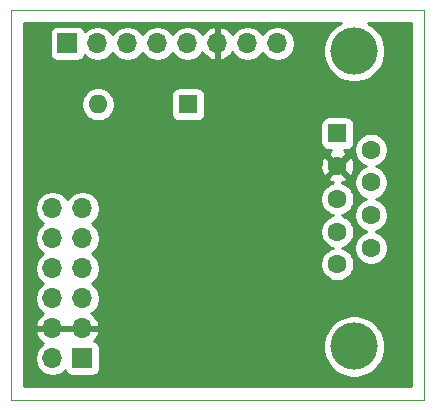
<source format=gbr>
%TF.GenerationSoftware,KiCad,Pcbnew,5.1.9*%
%TF.CreationDate,2021-02-06T21:01:27+01:00*%
%TF.ProjectId,linear_encoder,6c696e65-6172-45f6-956e-636f6465722e,0*%
%TF.SameCoordinates,Original*%
%TF.FileFunction,Copper,L2,Bot*%
%TF.FilePolarity,Positive*%
%FSLAX46Y46*%
G04 Gerber Fmt 4.6, Leading zero omitted, Abs format (unit mm)*
G04 Created by KiCad (PCBNEW 5.1.9) date 2021-02-06 21:01:27*
%MOMM*%
%LPD*%
G01*
G04 APERTURE LIST*
%TA.AperFunction,Profile*%
%ADD10C,0.100000*%
%TD*%
%TA.AperFunction,ComponentPad*%
%ADD11O,1.700000X1.700000*%
%TD*%
%TA.AperFunction,ComponentPad*%
%ADD12R,1.700000X1.700000*%
%TD*%
%TA.AperFunction,ComponentPad*%
%ADD13C,4.000000*%
%TD*%
%TA.AperFunction,ComponentPad*%
%ADD14C,1.600000*%
%TD*%
%TA.AperFunction,ComponentPad*%
%ADD15R,1.600000X1.600000*%
%TD*%
%TA.AperFunction,ComponentPad*%
%ADD16O,1.600000X1.600000*%
%TD*%
%TA.AperFunction,Conductor*%
%ADD17C,0.254000*%
%TD*%
%TA.AperFunction,Conductor*%
%ADD18C,0.150000*%
%TD*%
G04 APERTURE END LIST*
D10*
X109000000Y-19000000D02*
X109000000Y-52000000D01*
X74000000Y-19000000D02*
X109000000Y-19000000D01*
X74000000Y-52000000D02*
X74000000Y-19000000D01*
X109000000Y-52000000D02*
X74000000Y-52000000D01*
D11*
%TO.P,JPMOD1,12*%
%TO.N,Net-(D1-Pad2)*%
X77510000Y-35810000D03*
%TO.P,JPMOD1,11*%
%TO.N,/AL*%
X80050000Y-35810000D03*
%TO.P,JPMOD1,10*%
%TO.N,/IO2*%
X77510000Y-38350000D03*
%TO.P,JPMOD1,9*%
%TO.N,/BL*%
X80050000Y-38350000D03*
%TO.P,JPMOD1,8*%
%TO.N,/IO1*%
X77510000Y-40890000D03*
%TO.P,JPMOD1,7*%
%TO.N,/ZL*%
X80050000Y-40890000D03*
%TO.P,JPMOD1,6*%
%TO.N,/IO0*%
X77510000Y-43430000D03*
%TO.P,JPMOD1,5*%
%TO.N,Net-(JPMOD1-Pad5)*%
X80050000Y-43430000D03*
%TO.P,JPMOD1,4*%
%TO.N,GND*%
X77510000Y-45970000D03*
%TO.P,JPMOD1,3*%
X80050000Y-45970000D03*
%TO.P,JPMOD1,2*%
%TO.N,+3V3*%
X77510000Y-48510000D03*
D12*
%TO.P,JPMOD1,1*%
X80050000Y-48510000D03*
%TD*%
D13*
%TO.P,JDB9,0*%
%TO.N,N/C*%
X103060000Y-22500000D03*
X103060000Y-47500000D03*
D14*
%TO.P,JDB9,9*%
%TO.N,/Z*%
X104480000Y-39155000D03*
%TO.P,JDB9,8*%
%TO.N,/B*%
X104480000Y-36385000D03*
%TO.P,JDB9,7*%
%TO.N,+5V*%
X104480000Y-33615000D03*
%TO.P,JDB9,6*%
%TO.N,/A*%
X104480000Y-30845000D03*
%TO.P,JDB9,5*%
%TO.N,Net-(JDB9-Pad5)*%
X101640000Y-40540000D03*
%TO.P,JDB9,4*%
%TO.N,Net-(JDB9-Pad4)*%
X101640000Y-37770000D03*
%TO.P,JDB9,3*%
%TO.N,Net-(JDB9-Pad3)*%
X101640000Y-35000000D03*
%TO.P,JDB9,2*%
%TO.N,GND*%
X101640000Y-32230000D03*
D15*
%TO.P,JDB9,1*%
%TO.N,Net-(JDB9-Pad1)*%
X101640000Y-29460000D03*
%TD*%
D11*
%TO.P,J1,8*%
%TO.N,+5V*%
X96560000Y-21840000D03*
%TO.P,J1,7*%
%TO.N,+3V3*%
X94020000Y-21840000D03*
%TO.P,J1,6*%
%TO.N,GND*%
X91480000Y-21840000D03*
%TO.P,J1,5*%
%TO.N,/PROBE_IN*%
X88940000Y-21840000D03*
%TO.P,J1,4*%
%TO.N,/IO5V*%
X86400000Y-21840000D03*
%TO.P,J1,3*%
%TO.N,/IO2*%
X83860000Y-21840000D03*
%TO.P,J1,2*%
%TO.N,/IO1*%
X81320000Y-21840000D03*
D12*
%TO.P,J1,1*%
%TO.N,/IO0*%
X78780000Y-21840000D03*
%TD*%
D16*
%TO.P,D1,2*%
%TO.N,Net-(D1-Pad2)*%
X81380000Y-27000000D03*
D15*
%TO.P,D1,1*%
%TO.N,/PROBE_IN*%
X89000000Y-27000000D03*
%TD*%
D17*
%TO.N,GND*%
X101811859Y-20164893D02*
X101380285Y-20453262D01*
X101013262Y-20820285D01*
X100724893Y-21251859D01*
X100526261Y-21731399D01*
X100425000Y-22240475D01*
X100425000Y-22759525D01*
X100526261Y-23268601D01*
X100724893Y-23748141D01*
X101013262Y-24179715D01*
X101380285Y-24546738D01*
X101811859Y-24835107D01*
X102291399Y-25033739D01*
X102800475Y-25135000D01*
X103319525Y-25135000D01*
X103828601Y-25033739D01*
X104308141Y-24835107D01*
X104739715Y-24546738D01*
X105106738Y-24179715D01*
X105395107Y-23748141D01*
X105593739Y-23268601D01*
X105695000Y-22759525D01*
X105695000Y-22240475D01*
X105593739Y-21731399D01*
X105395107Y-21251859D01*
X105106738Y-20820285D01*
X104739715Y-20453262D01*
X104308141Y-20164893D01*
X104216659Y-20127000D01*
X107873000Y-20127000D01*
X107873000Y-50873000D01*
X75127000Y-50873000D01*
X75127000Y-48363740D01*
X76025000Y-48363740D01*
X76025000Y-48656260D01*
X76082068Y-48943158D01*
X76194010Y-49213411D01*
X76356525Y-49456632D01*
X76563368Y-49663475D01*
X76806589Y-49825990D01*
X77076842Y-49937932D01*
X77363740Y-49995000D01*
X77656260Y-49995000D01*
X77943158Y-49937932D01*
X78213411Y-49825990D01*
X78456632Y-49663475D01*
X78588487Y-49531620D01*
X78610498Y-49604180D01*
X78669463Y-49714494D01*
X78748815Y-49811185D01*
X78845506Y-49890537D01*
X78955820Y-49949502D01*
X79075518Y-49985812D01*
X79200000Y-49998072D01*
X80900000Y-49998072D01*
X81024482Y-49985812D01*
X81144180Y-49949502D01*
X81254494Y-49890537D01*
X81351185Y-49811185D01*
X81430537Y-49714494D01*
X81489502Y-49604180D01*
X81525812Y-49484482D01*
X81538072Y-49360000D01*
X81538072Y-47660000D01*
X81525812Y-47535518D01*
X81489502Y-47415820D01*
X81430537Y-47305506D01*
X81377168Y-47240475D01*
X100425000Y-47240475D01*
X100425000Y-47759525D01*
X100526261Y-48268601D01*
X100724893Y-48748141D01*
X101013262Y-49179715D01*
X101380285Y-49546738D01*
X101811859Y-49835107D01*
X102291399Y-50033739D01*
X102800475Y-50135000D01*
X103319525Y-50135000D01*
X103828601Y-50033739D01*
X104308141Y-49835107D01*
X104739715Y-49546738D01*
X105106738Y-49179715D01*
X105395107Y-48748141D01*
X105593739Y-48268601D01*
X105695000Y-47759525D01*
X105695000Y-47240475D01*
X105593739Y-46731399D01*
X105395107Y-46251859D01*
X105106738Y-45820285D01*
X104739715Y-45453262D01*
X104308141Y-45164893D01*
X103828601Y-44966261D01*
X103319525Y-44865000D01*
X102800475Y-44865000D01*
X102291399Y-44966261D01*
X101811859Y-45164893D01*
X101380285Y-45453262D01*
X101013262Y-45820285D01*
X100724893Y-46251859D01*
X100526261Y-46731399D01*
X100425000Y-47240475D01*
X81377168Y-47240475D01*
X81351185Y-47208815D01*
X81254494Y-47129463D01*
X81144180Y-47070498D01*
X81063534Y-47046034D01*
X81147588Y-46970269D01*
X81321641Y-46736920D01*
X81446825Y-46474099D01*
X81491476Y-46326890D01*
X81370155Y-46097000D01*
X80177000Y-46097000D01*
X80177000Y-46117000D01*
X79923000Y-46117000D01*
X79923000Y-46097000D01*
X77637000Y-46097000D01*
X77637000Y-46117000D01*
X77383000Y-46117000D01*
X77383000Y-46097000D01*
X76189845Y-46097000D01*
X76068524Y-46326890D01*
X76113175Y-46474099D01*
X76238359Y-46736920D01*
X76412412Y-46970269D01*
X76628645Y-47165178D01*
X76745534Y-47234805D01*
X76563368Y-47356525D01*
X76356525Y-47563368D01*
X76194010Y-47806589D01*
X76082068Y-48076842D01*
X76025000Y-48363740D01*
X75127000Y-48363740D01*
X75127000Y-35663740D01*
X76025000Y-35663740D01*
X76025000Y-35956260D01*
X76082068Y-36243158D01*
X76194010Y-36513411D01*
X76356525Y-36756632D01*
X76563368Y-36963475D01*
X76737760Y-37080000D01*
X76563368Y-37196525D01*
X76356525Y-37403368D01*
X76194010Y-37646589D01*
X76082068Y-37916842D01*
X76025000Y-38203740D01*
X76025000Y-38496260D01*
X76082068Y-38783158D01*
X76194010Y-39053411D01*
X76356525Y-39296632D01*
X76563368Y-39503475D01*
X76737760Y-39620000D01*
X76563368Y-39736525D01*
X76356525Y-39943368D01*
X76194010Y-40186589D01*
X76082068Y-40456842D01*
X76025000Y-40743740D01*
X76025000Y-41036260D01*
X76082068Y-41323158D01*
X76194010Y-41593411D01*
X76356525Y-41836632D01*
X76563368Y-42043475D01*
X76737760Y-42160000D01*
X76563368Y-42276525D01*
X76356525Y-42483368D01*
X76194010Y-42726589D01*
X76082068Y-42996842D01*
X76025000Y-43283740D01*
X76025000Y-43576260D01*
X76082068Y-43863158D01*
X76194010Y-44133411D01*
X76356525Y-44376632D01*
X76563368Y-44583475D01*
X76745534Y-44705195D01*
X76628645Y-44774822D01*
X76412412Y-44969731D01*
X76238359Y-45203080D01*
X76113175Y-45465901D01*
X76068524Y-45613110D01*
X76189845Y-45843000D01*
X77383000Y-45843000D01*
X77383000Y-45823000D01*
X77637000Y-45823000D01*
X77637000Y-45843000D01*
X79923000Y-45843000D01*
X79923000Y-45823000D01*
X80177000Y-45823000D01*
X80177000Y-45843000D01*
X81370155Y-45843000D01*
X81491476Y-45613110D01*
X81446825Y-45465901D01*
X81321641Y-45203080D01*
X81147588Y-44969731D01*
X80931355Y-44774822D01*
X80814466Y-44705195D01*
X80996632Y-44583475D01*
X81203475Y-44376632D01*
X81365990Y-44133411D01*
X81477932Y-43863158D01*
X81535000Y-43576260D01*
X81535000Y-43283740D01*
X81477932Y-42996842D01*
X81365990Y-42726589D01*
X81203475Y-42483368D01*
X80996632Y-42276525D01*
X80822240Y-42160000D01*
X80996632Y-42043475D01*
X81203475Y-41836632D01*
X81365990Y-41593411D01*
X81477932Y-41323158D01*
X81535000Y-41036260D01*
X81535000Y-40743740D01*
X81477932Y-40456842D01*
X81365990Y-40186589D01*
X81203475Y-39943368D01*
X80996632Y-39736525D01*
X80822240Y-39620000D01*
X80996632Y-39503475D01*
X81203475Y-39296632D01*
X81365990Y-39053411D01*
X81477932Y-38783158D01*
X81535000Y-38496260D01*
X81535000Y-38203740D01*
X81477932Y-37916842D01*
X81365990Y-37646589D01*
X81203475Y-37403368D01*
X80996632Y-37196525D01*
X80822240Y-37080000D01*
X80996632Y-36963475D01*
X81203475Y-36756632D01*
X81365990Y-36513411D01*
X81477932Y-36243158D01*
X81535000Y-35956260D01*
X81535000Y-35663740D01*
X81477932Y-35376842D01*
X81365990Y-35106589D01*
X81203475Y-34863368D01*
X81198772Y-34858665D01*
X100205000Y-34858665D01*
X100205000Y-35141335D01*
X100260147Y-35418574D01*
X100368320Y-35679727D01*
X100525363Y-35914759D01*
X100725241Y-36114637D01*
X100960273Y-36271680D01*
X101221426Y-36379853D01*
X101247301Y-36385000D01*
X101221426Y-36390147D01*
X100960273Y-36498320D01*
X100725241Y-36655363D01*
X100525363Y-36855241D01*
X100368320Y-37090273D01*
X100260147Y-37351426D01*
X100205000Y-37628665D01*
X100205000Y-37911335D01*
X100260147Y-38188574D01*
X100368320Y-38449727D01*
X100525363Y-38684759D01*
X100725241Y-38884637D01*
X100960273Y-39041680D01*
X101221426Y-39149853D01*
X101247301Y-39155000D01*
X101221426Y-39160147D01*
X100960273Y-39268320D01*
X100725241Y-39425363D01*
X100525363Y-39625241D01*
X100368320Y-39860273D01*
X100260147Y-40121426D01*
X100205000Y-40398665D01*
X100205000Y-40681335D01*
X100260147Y-40958574D01*
X100368320Y-41219727D01*
X100525363Y-41454759D01*
X100725241Y-41654637D01*
X100960273Y-41811680D01*
X101221426Y-41919853D01*
X101498665Y-41975000D01*
X101781335Y-41975000D01*
X102058574Y-41919853D01*
X102319727Y-41811680D01*
X102554759Y-41654637D01*
X102754637Y-41454759D01*
X102911680Y-41219727D01*
X103019853Y-40958574D01*
X103075000Y-40681335D01*
X103075000Y-40398665D01*
X103019853Y-40121426D01*
X102911680Y-39860273D01*
X102754637Y-39625241D01*
X102554759Y-39425363D01*
X102319727Y-39268320D01*
X102058574Y-39160147D01*
X102032699Y-39155000D01*
X102058574Y-39149853D01*
X102319727Y-39041680D01*
X102554759Y-38884637D01*
X102754637Y-38684759D01*
X102911680Y-38449727D01*
X103019853Y-38188574D01*
X103075000Y-37911335D01*
X103075000Y-37628665D01*
X103019853Y-37351426D01*
X102911680Y-37090273D01*
X102754637Y-36855241D01*
X102554759Y-36655363D01*
X102319727Y-36498320D01*
X102058574Y-36390147D01*
X102032699Y-36385000D01*
X102058574Y-36379853D01*
X102319727Y-36271680D01*
X102554759Y-36114637D01*
X102754637Y-35914759D01*
X102911680Y-35679727D01*
X103019853Y-35418574D01*
X103075000Y-35141335D01*
X103075000Y-34858665D01*
X103019853Y-34581426D01*
X102911680Y-34320273D01*
X102754637Y-34085241D01*
X102554759Y-33885363D01*
X102319727Y-33728320D01*
X102058574Y-33620147D01*
X102030118Y-33614487D01*
X102256292Y-33533603D01*
X102381514Y-33466671D01*
X102453097Y-33222702D01*
X101640000Y-32409605D01*
X100826903Y-33222702D01*
X100898486Y-33466671D01*
X101153996Y-33587571D01*
X101256289Y-33613212D01*
X101221426Y-33620147D01*
X100960273Y-33728320D01*
X100725241Y-33885363D01*
X100525363Y-34085241D01*
X100368320Y-34320273D01*
X100260147Y-34581426D01*
X100205000Y-34858665D01*
X81198772Y-34858665D01*
X80996632Y-34656525D01*
X80753411Y-34494010D01*
X80483158Y-34382068D01*
X80196260Y-34325000D01*
X79903740Y-34325000D01*
X79616842Y-34382068D01*
X79346589Y-34494010D01*
X79103368Y-34656525D01*
X78896525Y-34863368D01*
X78780000Y-35037760D01*
X78663475Y-34863368D01*
X78456632Y-34656525D01*
X78213411Y-34494010D01*
X77943158Y-34382068D01*
X77656260Y-34325000D01*
X77363740Y-34325000D01*
X77076842Y-34382068D01*
X76806589Y-34494010D01*
X76563368Y-34656525D01*
X76356525Y-34863368D01*
X76194010Y-35106589D01*
X76082068Y-35376842D01*
X76025000Y-35663740D01*
X75127000Y-35663740D01*
X75127000Y-32300512D01*
X100199783Y-32300512D01*
X100241213Y-32580130D01*
X100336397Y-32846292D01*
X100403329Y-32971514D01*
X100647298Y-33043097D01*
X101460395Y-32230000D01*
X101819605Y-32230000D01*
X102632702Y-33043097D01*
X102876671Y-32971514D01*
X102997571Y-32716004D01*
X103066300Y-32441816D01*
X103080217Y-32159488D01*
X103038787Y-31879870D01*
X102943603Y-31613708D01*
X102876671Y-31488486D01*
X102632702Y-31416903D01*
X101819605Y-32230000D01*
X101460395Y-32230000D01*
X100647298Y-31416903D01*
X100403329Y-31488486D01*
X100282429Y-31743996D01*
X100213700Y-32018184D01*
X100199783Y-32300512D01*
X75127000Y-32300512D01*
X75127000Y-28660000D01*
X100201928Y-28660000D01*
X100201928Y-30260000D01*
X100214188Y-30384482D01*
X100250498Y-30504180D01*
X100309463Y-30614494D01*
X100388815Y-30711185D01*
X100485506Y-30790537D01*
X100595820Y-30849502D01*
X100715518Y-30885812D01*
X100840000Y-30898072D01*
X101102913Y-30898072D01*
X101023708Y-30926397D01*
X100898486Y-30993329D01*
X100826903Y-31237298D01*
X101640000Y-32050395D01*
X102453097Y-31237298D01*
X102381514Y-30993329D01*
X102180198Y-30898072D01*
X102440000Y-30898072D01*
X102564482Y-30885812D01*
X102684180Y-30849502D01*
X102794494Y-30790537D01*
X102891185Y-30711185D01*
X102897356Y-30703665D01*
X103045000Y-30703665D01*
X103045000Y-30986335D01*
X103100147Y-31263574D01*
X103208320Y-31524727D01*
X103365363Y-31759759D01*
X103565241Y-31959637D01*
X103800273Y-32116680D01*
X104061426Y-32224853D01*
X104087301Y-32230000D01*
X104061426Y-32235147D01*
X103800273Y-32343320D01*
X103565241Y-32500363D01*
X103365363Y-32700241D01*
X103208320Y-32935273D01*
X103100147Y-33196426D01*
X103045000Y-33473665D01*
X103045000Y-33756335D01*
X103100147Y-34033574D01*
X103208320Y-34294727D01*
X103365363Y-34529759D01*
X103565241Y-34729637D01*
X103800273Y-34886680D01*
X104061426Y-34994853D01*
X104087301Y-35000000D01*
X104061426Y-35005147D01*
X103800273Y-35113320D01*
X103565241Y-35270363D01*
X103365363Y-35470241D01*
X103208320Y-35705273D01*
X103100147Y-35966426D01*
X103045000Y-36243665D01*
X103045000Y-36526335D01*
X103100147Y-36803574D01*
X103208320Y-37064727D01*
X103365363Y-37299759D01*
X103565241Y-37499637D01*
X103800273Y-37656680D01*
X104061426Y-37764853D01*
X104087301Y-37770000D01*
X104061426Y-37775147D01*
X103800273Y-37883320D01*
X103565241Y-38040363D01*
X103365363Y-38240241D01*
X103208320Y-38475273D01*
X103100147Y-38736426D01*
X103045000Y-39013665D01*
X103045000Y-39296335D01*
X103100147Y-39573574D01*
X103208320Y-39834727D01*
X103365363Y-40069759D01*
X103565241Y-40269637D01*
X103800273Y-40426680D01*
X104061426Y-40534853D01*
X104338665Y-40590000D01*
X104621335Y-40590000D01*
X104898574Y-40534853D01*
X105159727Y-40426680D01*
X105394759Y-40269637D01*
X105594637Y-40069759D01*
X105751680Y-39834727D01*
X105859853Y-39573574D01*
X105915000Y-39296335D01*
X105915000Y-39013665D01*
X105859853Y-38736426D01*
X105751680Y-38475273D01*
X105594637Y-38240241D01*
X105394759Y-38040363D01*
X105159727Y-37883320D01*
X104898574Y-37775147D01*
X104872699Y-37770000D01*
X104898574Y-37764853D01*
X105159727Y-37656680D01*
X105394759Y-37499637D01*
X105594637Y-37299759D01*
X105751680Y-37064727D01*
X105859853Y-36803574D01*
X105915000Y-36526335D01*
X105915000Y-36243665D01*
X105859853Y-35966426D01*
X105751680Y-35705273D01*
X105594637Y-35470241D01*
X105394759Y-35270363D01*
X105159727Y-35113320D01*
X104898574Y-35005147D01*
X104872699Y-35000000D01*
X104898574Y-34994853D01*
X105159727Y-34886680D01*
X105394759Y-34729637D01*
X105594637Y-34529759D01*
X105751680Y-34294727D01*
X105859853Y-34033574D01*
X105915000Y-33756335D01*
X105915000Y-33473665D01*
X105859853Y-33196426D01*
X105751680Y-32935273D01*
X105594637Y-32700241D01*
X105394759Y-32500363D01*
X105159727Y-32343320D01*
X104898574Y-32235147D01*
X104872699Y-32230000D01*
X104898574Y-32224853D01*
X105159727Y-32116680D01*
X105394759Y-31959637D01*
X105594637Y-31759759D01*
X105751680Y-31524727D01*
X105859853Y-31263574D01*
X105915000Y-30986335D01*
X105915000Y-30703665D01*
X105859853Y-30426426D01*
X105751680Y-30165273D01*
X105594637Y-29930241D01*
X105394759Y-29730363D01*
X105159727Y-29573320D01*
X104898574Y-29465147D01*
X104621335Y-29410000D01*
X104338665Y-29410000D01*
X104061426Y-29465147D01*
X103800273Y-29573320D01*
X103565241Y-29730363D01*
X103365363Y-29930241D01*
X103208320Y-30165273D01*
X103100147Y-30426426D01*
X103045000Y-30703665D01*
X102897356Y-30703665D01*
X102970537Y-30614494D01*
X103029502Y-30504180D01*
X103065812Y-30384482D01*
X103078072Y-30260000D01*
X103078072Y-28660000D01*
X103065812Y-28535518D01*
X103029502Y-28415820D01*
X102970537Y-28305506D01*
X102891185Y-28208815D01*
X102794494Y-28129463D01*
X102684180Y-28070498D01*
X102564482Y-28034188D01*
X102440000Y-28021928D01*
X100840000Y-28021928D01*
X100715518Y-28034188D01*
X100595820Y-28070498D01*
X100485506Y-28129463D01*
X100388815Y-28208815D01*
X100309463Y-28305506D01*
X100250498Y-28415820D01*
X100214188Y-28535518D01*
X100201928Y-28660000D01*
X75127000Y-28660000D01*
X75127000Y-26858665D01*
X79945000Y-26858665D01*
X79945000Y-27141335D01*
X80000147Y-27418574D01*
X80108320Y-27679727D01*
X80265363Y-27914759D01*
X80465241Y-28114637D01*
X80700273Y-28271680D01*
X80961426Y-28379853D01*
X81238665Y-28435000D01*
X81521335Y-28435000D01*
X81798574Y-28379853D01*
X82059727Y-28271680D01*
X82294759Y-28114637D01*
X82494637Y-27914759D01*
X82651680Y-27679727D01*
X82759853Y-27418574D01*
X82815000Y-27141335D01*
X82815000Y-26858665D01*
X82759853Y-26581426D01*
X82651680Y-26320273D01*
X82571317Y-26200000D01*
X87561928Y-26200000D01*
X87561928Y-27800000D01*
X87574188Y-27924482D01*
X87610498Y-28044180D01*
X87669463Y-28154494D01*
X87748815Y-28251185D01*
X87845506Y-28330537D01*
X87955820Y-28389502D01*
X88075518Y-28425812D01*
X88200000Y-28438072D01*
X89800000Y-28438072D01*
X89924482Y-28425812D01*
X90044180Y-28389502D01*
X90154494Y-28330537D01*
X90251185Y-28251185D01*
X90330537Y-28154494D01*
X90389502Y-28044180D01*
X90425812Y-27924482D01*
X90438072Y-27800000D01*
X90438072Y-26200000D01*
X90425812Y-26075518D01*
X90389502Y-25955820D01*
X90330537Y-25845506D01*
X90251185Y-25748815D01*
X90154494Y-25669463D01*
X90044180Y-25610498D01*
X89924482Y-25574188D01*
X89800000Y-25561928D01*
X88200000Y-25561928D01*
X88075518Y-25574188D01*
X87955820Y-25610498D01*
X87845506Y-25669463D01*
X87748815Y-25748815D01*
X87669463Y-25845506D01*
X87610498Y-25955820D01*
X87574188Y-26075518D01*
X87561928Y-26200000D01*
X82571317Y-26200000D01*
X82494637Y-26085241D01*
X82294759Y-25885363D01*
X82059727Y-25728320D01*
X81798574Y-25620147D01*
X81521335Y-25565000D01*
X81238665Y-25565000D01*
X80961426Y-25620147D01*
X80700273Y-25728320D01*
X80465241Y-25885363D01*
X80265363Y-26085241D01*
X80108320Y-26320273D01*
X80000147Y-26581426D01*
X79945000Y-26858665D01*
X75127000Y-26858665D01*
X75127000Y-20990000D01*
X77291928Y-20990000D01*
X77291928Y-22690000D01*
X77304188Y-22814482D01*
X77340498Y-22934180D01*
X77399463Y-23044494D01*
X77478815Y-23141185D01*
X77575506Y-23220537D01*
X77685820Y-23279502D01*
X77805518Y-23315812D01*
X77930000Y-23328072D01*
X79630000Y-23328072D01*
X79754482Y-23315812D01*
X79874180Y-23279502D01*
X79984494Y-23220537D01*
X80081185Y-23141185D01*
X80160537Y-23044494D01*
X80219502Y-22934180D01*
X80241513Y-22861620D01*
X80373368Y-22993475D01*
X80616589Y-23155990D01*
X80886842Y-23267932D01*
X81173740Y-23325000D01*
X81466260Y-23325000D01*
X81753158Y-23267932D01*
X82023411Y-23155990D01*
X82266632Y-22993475D01*
X82473475Y-22786632D01*
X82590000Y-22612240D01*
X82706525Y-22786632D01*
X82913368Y-22993475D01*
X83156589Y-23155990D01*
X83426842Y-23267932D01*
X83713740Y-23325000D01*
X84006260Y-23325000D01*
X84293158Y-23267932D01*
X84563411Y-23155990D01*
X84806632Y-22993475D01*
X85013475Y-22786632D01*
X85130000Y-22612240D01*
X85246525Y-22786632D01*
X85453368Y-22993475D01*
X85696589Y-23155990D01*
X85966842Y-23267932D01*
X86253740Y-23325000D01*
X86546260Y-23325000D01*
X86833158Y-23267932D01*
X87103411Y-23155990D01*
X87346632Y-22993475D01*
X87553475Y-22786632D01*
X87670000Y-22612240D01*
X87786525Y-22786632D01*
X87993368Y-22993475D01*
X88236589Y-23155990D01*
X88506842Y-23267932D01*
X88793740Y-23325000D01*
X89086260Y-23325000D01*
X89373158Y-23267932D01*
X89643411Y-23155990D01*
X89886632Y-22993475D01*
X90093475Y-22786632D01*
X90215195Y-22604466D01*
X90284822Y-22721355D01*
X90479731Y-22937588D01*
X90713080Y-23111641D01*
X90975901Y-23236825D01*
X91123110Y-23281476D01*
X91353000Y-23160155D01*
X91353000Y-21967000D01*
X91333000Y-21967000D01*
X91333000Y-21713000D01*
X91353000Y-21713000D01*
X91353000Y-20519845D01*
X91607000Y-20519845D01*
X91607000Y-21713000D01*
X91627000Y-21713000D01*
X91627000Y-21967000D01*
X91607000Y-21967000D01*
X91607000Y-23160155D01*
X91836890Y-23281476D01*
X91984099Y-23236825D01*
X92246920Y-23111641D01*
X92480269Y-22937588D01*
X92675178Y-22721355D01*
X92744805Y-22604466D01*
X92866525Y-22786632D01*
X93073368Y-22993475D01*
X93316589Y-23155990D01*
X93586842Y-23267932D01*
X93873740Y-23325000D01*
X94166260Y-23325000D01*
X94453158Y-23267932D01*
X94723411Y-23155990D01*
X94966632Y-22993475D01*
X95173475Y-22786632D01*
X95290000Y-22612240D01*
X95406525Y-22786632D01*
X95613368Y-22993475D01*
X95856589Y-23155990D01*
X96126842Y-23267932D01*
X96413740Y-23325000D01*
X96706260Y-23325000D01*
X96993158Y-23267932D01*
X97263411Y-23155990D01*
X97506632Y-22993475D01*
X97713475Y-22786632D01*
X97875990Y-22543411D01*
X97987932Y-22273158D01*
X98045000Y-21986260D01*
X98045000Y-21693740D01*
X97987932Y-21406842D01*
X97875990Y-21136589D01*
X97713475Y-20893368D01*
X97506632Y-20686525D01*
X97263411Y-20524010D01*
X96993158Y-20412068D01*
X96706260Y-20355000D01*
X96413740Y-20355000D01*
X96126842Y-20412068D01*
X95856589Y-20524010D01*
X95613368Y-20686525D01*
X95406525Y-20893368D01*
X95290000Y-21067760D01*
X95173475Y-20893368D01*
X94966632Y-20686525D01*
X94723411Y-20524010D01*
X94453158Y-20412068D01*
X94166260Y-20355000D01*
X93873740Y-20355000D01*
X93586842Y-20412068D01*
X93316589Y-20524010D01*
X93073368Y-20686525D01*
X92866525Y-20893368D01*
X92744805Y-21075534D01*
X92675178Y-20958645D01*
X92480269Y-20742412D01*
X92246920Y-20568359D01*
X91984099Y-20443175D01*
X91836890Y-20398524D01*
X91607000Y-20519845D01*
X91353000Y-20519845D01*
X91123110Y-20398524D01*
X90975901Y-20443175D01*
X90713080Y-20568359D01*
X90479731Y-20742412D01*
X90284822Y-20958645D01*
X90215195Y-21075534D01*
X90093475Y-20893368D01*
X89886632Y-20686525D01*
X89643411Y-20524010D01*
X89373158Y-20412068D01*
X89086260Y-20355000D01*
X88793740Y-20355000D01*
X88506842Y-20412068D01*
X88236589Y-20524010D01*
X87993368Y-20686525D01*
X87786525Y-20893368D01*
X87670000Y-21067760D01*
X87553475Y-20893368D01*
X87346632Y-20686525D01*
X87103411Y-20524010D01*
X86833158Y-20412068D01*
X86546260Y-20355000D01*
X86253740Y-20355000D01*
X85966842Y-20412068D01*
X85696589Y-20524010D01*
X85453368Y-20686525D01*
X85246525Y-20893368D01*
X85130000Y-21067760D01*
X85013475Y-20893368D01*
X84806632Y-20686525D01*
X84563411Y-20524010D01*
X84293158Y-20412068D01*
X84006260Y-20355000D01*
X83713740Y-20355000D01*
X83426842Y-20412068D01*
X83156589Y-20524010D01*
X82913368Y-20686525D01*
X82706525Y-20893368D01*
X82590000Y-21067760D01*
X82473475Y-20893368D01*
X82266632Y-20686525D01*
X82023411Y-20524010D01*
X81753158Y-20412068D01*
X81466260Y-20355000D01*
X81173740Y-20355000D01*
X80886842Y-20412068D01*
X80616589Y-20524010D01*
X80373368Y-20686525D01*
X80241513Y-20818380D01*
X80219502Y-20745820D01*
X80160537Y-20635506D01*
X80081185Y-20538815D01*
X79984494Y-20459463D01*
X79874180Y-20400498D01*
X79754482Y-20364188D01*
X79630000Y-20351928D01*
X77930000Y-20351928D01*
X77805518Y-20364188D01*
X77685820Y-20400498D01*
X77575506Y-20459463D01*
X77478815Y-20538815D01*
X77399463Y-20635506D01*
X77340498Y-20745820D01*
X77304188Y-20865518D01*
X77291928Y-20990000D01*
X75127000Y-20990000D01*
X75127000Y-20127000D01*
X101903341Y-20127000D01*
X101811859Y-20164893D01*
%TA.AperFunction,Conductor*%
D18*
G36*
X101811859Y-20164893D02*
G01*
X101380285Y-20453262D01*
X101013262Y-20820285D01*
X100724893Y-21251859D01*
X100526261Y-21731399D01*
X100425000Y-22240475D01*
X100425000Y-22759525D01*
X100526261Y-23268601D01*
X100724893Y-23748141D01*
X101013262Y-24179715D01*
X101380285Y-24546738D01*
X101811859Y-24835107D01*
X102291399Y-25033739D01*
X102800475Y-25135000D01*
X103319525Y-25135000D01*
X103828601Y-25033739D01*
X104308141Y-24835107D01*
X104739715Y-24546738D01*
X105106738Y-24179715D01*
X105395107Y-23748141D01*
X105593739Y-23268601D01*
X105695000Y-22759525D01*
X105695000Y-22240475D01*
X105593739Y-21731399D01*
X105395107Y-21251859D01*
X105106738Y-20820285D01*
X104739715Y-20453262D01*
X104308141Y-20164893D01*
X104216659Y-20127000D01*
X107873000Y-20127000D01*
X107873000Y-50873000D01*
X75127000Y-50873000D01*
X75127000Y-48363740D01*
X76025000Y-48363740D01*
X76025000Y-48656260D01*
X76082068Y-48943158D01*
X76194010Y-49213411D01*
X76356525Y-49456632D01*
X76563368Y-49663475D01*
X76806589Y-49825990D01*
X77076842Y-49937932D01*
X77363740Y-49995000D01*
X77656260Y-49995000D01*
X77943158Y-49937932D01*
X78213411Y-49825990D01*
X78456632Y-49663475D01*
X78588487Y-49531620D01*
X78610498Y-49604180D01*
X78669463Y-49714494D01*
X78748815Y-49811185D01*
X78845506Y-49890537D01*
X78955820Y-49949502D01*
X79075518Y-49985812D01*
X79200000Y-49998072D01*
X80900000Y-49998072D01*
X81024482Y-49985812D01*
X81144180Y-49949502D01*
X81254494Y-49890537D01*
X81351185Y-49811185D01*
X81430537Y-49714494D01*
X81489502Y-49604180D01*
X81525812Y-49484482D01*
X81538072Y-49360000D01*
X81538072Y-47660000D01*
X81525812Y-47535518D01*
X81489502Y-47415820D01*
X81430537Y-47305506D01*
X81377168Y-47240475D01*
X100425000Y-47240475D01*
X100425000Y-47759525D01*
X100526261Y-48268601D01*
X100724893Y-48748141D01*
X101013262Y-49179715D01*
X101380285Y-49546738D01*
X101811859Y-49835107D01*
X102291399Y-50033739D01*
X102800475Y-50135000D01*
X103319525Y-50135000D01*
X103828601Y-50033739D01*
X104308141Y-49835107D01*
X104739715Y-49546738D01*
X105106738Y-49179715D01*
X105395107Y-48748141D01*
X105593739Y-48268601D01*
X105695000Y-47759525D01*
X105695000Y-47240475D01*
X105593739Y-46731399D01*
X105395107Y-46251859D01*
X105106738Y-45820285D01*
X104739715Y-45453262D01*
X104308141Y-45164893D01*
X103828601Y-44966261D01*
X103319525Y-44865000D01*
X102800475Y-44865000D01*
X102291399Y-44966261D01*
X101811859Y-45164893D01*
X101380285Y-45453262D01*
X101013262Y-45820285D01*
X100724893Y-46251859D01*
X100526261Y-46731399D01*
X100425000Y-47240475D01*
X81377168Y-47240475D01*
X81351185Y-47208815D01*
X81254494Y-47129463D01*
X81144180Y-47070498D01*
X81063534Y-47046034D01*
X81147588Y-46970269D01*
X81321641Y-46736920D01*
X81446825Y-46474099D01*
X81491476Y-46326890D01*
X81370155Y-46097000D01*
X80177000Y-46097000D01*
X80177000Y-46117000D01*
X79923000Y-46117000D01*
X79923000Y-46097000D01*
X77637000Y-46097000D01*
X77637000Y-46117000D01*
X77383000Y-46117000D01*
X77383000Y-46097000D01*
X76189845Y-46097000D01*
X76068524Y-46326890D01*
X76113175Y-46474099D01*
X76238359Y-46736920D01*
X76412412Y-46970269D01*
X76628645Y-47165178D01*
X76745534Y-47234805D01*
X76563368Y-47356525D01*
X76356525Y-47563368D01*
X76194010Y-47806589D01*
X76082068Y-48076842D01*
X76025000Y-48363740D01*
X75127000Y-48363740D01*
X75127000Y-35663740D01*
X76025000Y-35663740D01*
X76025000Y-35956260D01*
X76082068Y-36243158D01*
X76194010Y-36513411D01*
X76356525Y-36756632D01*
X76563368Y-36963475D01*
X76737760Y-37080000D01*
X76563368Y-37196525D01*
X76356525Y-37403368D01*
X76194010Y-37646589D01*
X76082068Y-37916842D01*
X76025000Y-38203740D01*
X76025000Y-38496260D01*
X76082068Y-38783158D01*
X76194010Y-39053411D01*
X76356525Y-39296632D01*
X76563368Y-39503475D01*
X76737760Y-39620000D01*
X76563368Y-39736525D01*
X76356525Y-39943368D01*
X76194010Y-40186589D01*
X76082068Y-40456842D01*
X76025000Y-40743740D01*
X76025000Y-41036260D01*
X76082068Y-41323158D01*
X76194010Y-41593411D01*
X76356525Y-41836632D01*
X76563368Y-42043475D01*
X76737760Y-42160000D01*
X76563368Y-42276525D01*
X76356525Y-42483368D01*
X76194010Y-42726589D01*
X76082068Y-42996842D01*
X76025000Y-43283740D01*
X76025000Y-43576260D01*
X76082068Y-43863158D01*
X76194010Y-44133411D01*
X76356525Y-44376632D01*
X76563368Y-44583475D01*
X76745534Y-44705195D01*
X76628645Y-44774822D01*
X76412412Y-44969731D01*
X76238359Y-45203080D01*
X76113175Y-45465901D01*
X76068524Y-45613110D01*
X76189845Y-45843000D01*
X77383000Y-45843000D01*
X77383000Y-45823000D01*
X77637000Y-45823000D01*
X77637000Y-45843000D01*
X79923000Y-45843000D01*
X79923000Y-45823000D01*
X80177000Y-45823000D01*
X80177000Y-45843000D01*
X81370155Y-45843000D01*
X81491476Y-45613110D01*
X81446825Y-45465901D01*
X81321641Y-45203080D01*
X81147588Y-44969731D01*
X80931355Y-44774822D01*
X80814466Y-44705195D01*
X80996632Y-44583475D01*
X81203475Y-44376632D01*
X81365990Y-44133411D01*
X81477932Y-43863158D01*
X81535000Y-43576260D01*
X81535000Y-43283740D01*
X81477932Y-42996842D01*
X81365990Y-42726589D01*
X81203475Y-42483368D01*
X80996632Y-42276525D01*
X80822240Y-42160000D01*
X80996632Y-42043475D01*
X81203475Y-41836632D01*
X81365990Y-41593411D01*
X81477932Y-41323158D01*
X81535000Y-41036260D01*
X81535000Y-40743740D01*
X81477932Y-40456842D01*
X81365990Y-40186589D01*
X81203475Y-39943368D01*
X80996632Y-39736525D01*
X80822240Y-39620000D01*
X80996632Y-39503475D01*
X81203475Y-39296632D01*
X81365990Y-39053411D01*
X81477932Y-38783158D01*
X81535000Y-38496260D01*
X81535000Y-38203740D01*
X81477932Y-37916842D01*
X81365990Y-37646589D01*
X81203475Y-37403368D01*
X80996632Y-37196525D01*
X80822240Y-37080000D01*
X80996632Y-36963475D01*
X81203475Y-36756632D01*
X81365990Y-36513411D01*
X81477932Y-36243158D01*
X81535000Y-35956260D01*
X81535000Y-35663740D01*
X81477932Y-35376842D01*
X81365990Y-35106589D01*
X81203475Y-34863368D01*
X81198772Y-34858665D01*
X100205000Y-34858665D01*
X100205000Y-35141335D01*
X100260147Y-35418574D01*
X100368320Y-35679727D01*
X100525363Y-35914759D01*
X100725241Y-36114637D01*
X100960273Y-36271680D01*
X101221426Y-36379853D01*
X101247301Y-36385000D01*
X101221426Y-36390147D01*
X100960273Y-36498320D01*
X100725241Y-36655363D01*
X100525363Y-36855241D01*
X100368320Y-37090273D01*
X100260147Y-37351426D01*
X100205000Y-37628665D01*
X100205000Y-37911335D01*
X100260147Y-38188574D01*
X100368320Y-38449727D01*
X100525363Y-38684759D01*
X100725241Y-38884637D01*
X100960273Y-39041680D01*
X101221426Y-39149853D01*
X101247301Y-39155000D01*
X101221426Y-39160147D01*
X100960273Y-39268320D01*
X100725241Y-39425363D01*
X100525363Y-39625241D01*
X100368320Y-39860273D01*
X100260147Y-40121426D01*
X100205000Y-40398665D01*
X100205000Y-40681335D01*
X100260147Y-40958574D01*
X100368320Y-41219727D01*
X100525363Y-41454759D01*
X100725241Y-41654637D01*
X100960273Y-41811680D01*
X101221426Y-41919853D01*
X101498665Y-41975000D01*
X101781335Y-41975000D01*
X102058574Y-41919853D01*
X102319727Y-41811680D01*
X102554759Y-41654637D01*
X102754637Y-41454759D01*
X102911680Y-41219727D01*
X103019853Y-40958574D01*
X103075000Y-40681335D01*
X103075000Y-40398665D01*
X103019853Y-40121426D01*
X102911680Y-39860273D01*
X102754637Y-39625241D01*
X102554759Y-39425363D01*
X102319727Y-39268320D01*
X102058574Y-39160147D01*
X102032699Y-39155000D01*
X102058574Y-39149853D01*
X102319727Y-39041680D01*
X102554759Y-38884637D01*
X102754637Y-38684759D01*
X102911680Y-38449727D01*
X103019853Y-38188574D01*
X103075000Y-37911335D01*
X103075000Y-37628665D01*
X103019853Y-37351426D01*
X102911680Y-37090273D01*
X102754637Y-36855241D01*
X102554759Y-36655363D01*
X102319727Y-36498320D01*
X102058574Y-36390147D01*
X102032699Y-36385000D01*
X102058574Y-36379853D01*
X102319727Y-36271680D01*
X102554759Y-36114637D01*
X102754637Y-35914759D01*
X102911680Y-35679727D01*
X103019853Y-35418574D01*
X103075000Y-35141335D01*
X103075000Y-34858665D01*
X103019853Y-34581426D01*
X102911680Y-34320273D01*
X102754637Y-34085241D01*
X102554759Y-33885363D01*
X102319727Y-33728320D01*
X102058574Y-33620147D01*
X102030118Y-33614487D01*
X102256292Y-33533603D01*
X102381514Y-33466671D01*
X102453097Y-33222702D01*
X101640000Y-32409605D01*
X100826903Y-33222702D01*
X100898486Y-33466671D01*
X101153996Y-33587571D01*
X101256289Y-33613212D01*
X101221426Y-33620147D01*
X100960273Y-33728320D01*
X100725241Y-33885363D01*
X100525363Y-34085241D01*
X100368320Y-34320273D01*
X100260147Y-34581426D01*
X100205000Y-34858665D01*
X81198772Y-34858665D01*
X80996632Y-34656525D01*
X80753411Y-34494010D01*
X80483158Y-34382068D01*
X80196260Y-34325000D01*
X79903740Y-34325000D01*
X79616842Y-34382068D01*
X79346589Y-34494010D01*
X79103368Y-34656525D01*
X78896525Y-34863368D01*
X78780000Y-35037760D01*
X78663475Y-34863368D01*
X78456632Y-34656525D01*
X78213411Y-34494010D01*
X77943158Y-34382068D01*
X77656260Y-34325000D01*
X77363740Y-34325000D01*
X77076842Y-34382068D01*
X76806589Y-34494010D01*
X76563368Y-34656525D01*
X76356525Y-34863368D01*
X76194010Y-35106589D01*
X76082068Y-35376842D01*
X76025000Y-35663740D01*
X75127000Y-35663740D01*
X75127000Y-32300512D01*
X100199783Y-32300512D01*
X100241213Y-32580130D01*
X100336397Y-32846292D01*
X100403329Y-32971514D01*
X100647298Y-33043097D01*
X101460395Y-32230000D01*
X101819605Y-32230000D01*
X102632702Y-33043097D01*
X102876671Y-32971514D01*
X102997571Y-32716004D01*
X103066300Y-32441816D01*
X103080217Y-32159488D01*
X103038787Y-31879870D01*
X102943603Y-31613708D01*
X102876671Y-31488486D01*
X102632702Y-31416903D01*
X101819605Y-32230000D01*
X101460395Y-32230000D01*
X100647298Y-31416903D01*
X100403329Y-31488486D01*
X100282429Y-31743996D01*
X100213700Y-32018184D01*
X100199783Y-32300512D01*
X75127000Y-32300512D01*
X75127000Y-28660000D01*
X100201928Y-28660000D01*
X100201928Y-30260000D01*
X100214188Y-30384482D01*
X100250498Y-30504180D01*
X100309463Y-30614494D01*
X100388815Y-30711185D01*
X100485506Y-30790537D01*
X100595820Y-30849502D01*
X100715518Y-30885812D01*
X100840000Y-30898072D01*
X101102913Y-30898072D01*
X101023708Y-30926397D01*
X100898486Y-30993329D01*
X100826903Y-31237298D01*
X101640000Y-32050395D01*
X102453097Y-31237298D01*
X102381514Y-30993329D01*
X102180198Y-30898072D01*
X102440000Y-30898072D01*
X102564482Y-30885812D01*
X102684180Y-30849502D01*
X102794494Y-30790537D01*
X102891185Y-30711185D01*
X102897356Y-30703665D01*
X103045000Y-30703665D01*
X103045000Y-30986335D01*
X103100147Y-31263574D01*
X103208320Y-31524727D01*
X103365363Y-31759759D01*
X103565241Y-31959637D01*
X103800273Y-32116680D01*
X104061426Y-32224853D01*
X104087301Y-32230000D01*
X104061426Y-32235147D01*
X103800273Y-32343320D01*
X103565241Y-32500363D01*
X103365363Y-32700241D01*
X103208320Y-32935273D01*
X103100147Y-33196426D01*
X103045000Y-33473665D01*
X103045000Y-33756335D01*
X103100147Y-34033574D01*
X103208320Y-34294727D01*
X103365363Y-34529759D01*
X103565241Y-34729637D01*
X103800273Y-34886680D01*
X104061426Y-34994853D01*
X104087301Y-35000000D01*
X104061426Y-35005147D01*
X103800273Y-35113320D01*
X103565241Y-35270363D01*
X103365363Y-35470241D01*
X103208320Y-35705273D01*
X103100147Y-35966426D01*
X103045000Y-36243665D01*
X103045000Y-36526335D01*
X103100147Y-36803574D01*
X103208320Y-37064727D01*
X103365363Y-37299759D01*
X103565241Y-37499637D01*
X103800273Y-37656680D01*
X104061426Y-37764853D01*
X104087301Y-37770000D01*
X104061426Y-37775147D01*
X103800273Y-37883320D01*
X103565241Y-38040363D01*
X103365363Y-38240241D01*
X103208320Y-38475273D01*
X103100147Y-38736426D01*
X103045000Y-39013665D01*
X103045000Y-39296335D01*
X103100147Y-39573574D01*
X103208320Y-39834727D01*
X103365363Y-40069759D01*
X103565241Y-40269637D01*
X103800273Y-40426680D01*
X104061426Y-40534853D01*
X104338665Y-40590000D01*
X104621335Y-40590000D01*
X104898574Y-40534853D01*
X105159727Y-40426680D01*
X105394759Y-40269637D01*
X105594637Y-40069759D01*
X105751680Y-39834727D01*
X105859853Y-39573574D01*
X105915000Y-39296335D01*
X105915000Y-39013665D01*
X105859853Y-38736426D01*
X105751680Y-38475273D01*
X105594637Y-38240241D01*
X105394759Y-38040363D01*
X105159727Y-37883320D01*
X104898574Y-37775147D01*
X104872699Y-37770000D01*
X104898574Y-37764853D01*
X105159727Y-37656680D01*
X105394759Y-37499637D01*
X105594637Y-37299759D01*
X105751680Y-37064727D01*
X105859853Y-36803574D01*
X105915000Y-36526335D01*
X105915000Y-36243665D01*
X105859853Y-35966426D01*
X105751680Y-35705273D01*
X105594637Y-35470241D01*
X105394759Y-35270363D01*
X105159727Y-35113320D01*
X104898574Y-35005147D01*
X104872699Y-35000000D01*
X104898574Y-34994853D01*
X105159727Y-34886680D01*
X105394759Y-34729637D01*
X105594637Y-34529759D01*
X105751680Y-34294727D01*
X105859853Y-34033574D01*
X105915000Y-33756335D01*
X105915000Y-33473665D01*
X105859853Y-33196426D01*
X105751680Y-32935273D01*
X105594637Y-32700241D01*
X105394759Y-32500363D01*
X105159727Y-32343320D01*
X104898574Y-32235147D01*
X104872699Y-32230000D01*
X104898574Y-32224853D01*
X105159727Y-32116680D01*
X105394759Y-31959637D01*
X105594637Y-31759759D01*
X105751680Y-31524727D01*
X105859853Y-31263574D01*
X105915000Y-30986335D01*
X105915000Y-30703665D01*
X105859853Y-30426426D01*
X105751680Y-30165273D01*
X105594637Y-29930241D01*
X105394759Y-29730363D01*
X105159727Y-29573320D01*
X104898574Y-29465147D01*
X104621335Y-29410000D01*
X104338665Y-29410000D01*
X104061426Y-29465147D01*
X103800273Y-29573320D01*
X103565241Y-29730363D01*
X103365363Y-29930241D01*
X103208320Y-30165273D01*
X103100147Y-30426426D01*
X103045000Y-30703665D01*
X102897356Y-30703665D01*
X102970537Y-30614494D01*
X103029502Y-30504180D01*
X103065812Y-30384482D01*
X103078072Y-30260000D01*
X103078072Y-28660000D01*
X103065812Y-28535518D01*
X103029502Y-28415820D01*
X102970537Y-28305506D01*
X102891185Y-28208815D01*
X102794494Y-28129463D01*
X102684180Y-28070498D01*
X102564482Y-28034188D01*
X102440000Y-28021928D01*
X100840000Y-28021928D01*
X100715518Y-28034188D01*
X100595820Y-28070498D01*
X100485506Y-28129463D01*
X100388815Y-28208815D01*
X100309463Y-28305506D01*
X100250498Y-28415820D01*
X100214188Y-28535518D01*
X100201928Y-28660000D01*
X75127000Y-28660000D01*
X75127000Y-26858665D01*
X79945000Y-26858665D01*
X79945000Y-27141335D01*
X80000147Y-27418574D01*
X80108320Y-27679727D01*
X80265363Y-27914759D01*
X80465241Y-28114637D01*
X80700273Y-28271680D01*
X80961426Y-28379853D01*
X81238665Y-28435000D01*
X81521335Y-28435000D01*
X81798574Y-28379853D01*
X82059727Y-28271680D01*
X82294759Y-28114637D01*
X82494637Y-27914759D01*
X82651680Y-27679727D01*
X82759853Y-27418574D01*
X82815000Y-27141335D01*
X82815000Y-26858665D01*
X82759853Y-26581426D01*
X82651680Y-26320273D01*
X82571317Y-26200000D01*
X87561928Y-26200000D01*
X87561928Y-27800000D01*
X87574188Y-27924482D01*
X87610498Y-28044180D01*
X87669463Y-28154494D01*
X87748815Y-28251185D01*
X87845506Y-28330537D01*
X87955820Y-28389502D01*
X88075518Y-28425812D01*
X88200000Y-28438072D01*
X89800000Y-28438072D01*
X89924482Y-28425812D01*
X90044180Y-28389502D01*
X90154494Y-28330537D01*
X90251185Y-28251185D01*
X90330537Y-28154494D01*
X90389502Y-28044180D01*
X90425812Y-27924482D01*
X90438072Y-27800000D01*
X90438072Y-26200000D01*
X90425812Y-26075518D01*
X90389502Y-25955820D01*
X90330537Y-25845506D01*
X90251185Y-25748815D01*
X90154494Y-25669463D01*
X90044180Y-25610498D01*
X89924482Y-25574188D01*
X89800000Y-25561928D01*
X88200000Y-25561928D01*
X88075518Y-25574188D01*
X87955820Y-25610498D01*
X87845506Y-25669463D01*
X87748815Y-25748815D01*
X87669463Y-25845506D01*
X87610498Y-25955820D01*
X87574188Y-26075518D01*
X87561928Y-26200000D01*
X82571317Y-26200000D01*
X82494637Y-26085241D01*
X82294759Y-25885363D01*
X82059727Y-25728320D01*
X81798574Y-25620147D01*
X81521335Y-25565000D01*
X81238665Y-25565000D01*
X80961426Y-25620147D01*
X80700273Y-25728320D01*
X80465241Y-25885363D01*
X80265363Y-26085241D01*
X80108320Y-26320273D01*
X80000147Y-26581426D01*
X79945000Y-26858665D01*
X75127000Y-26858665D01*
X75127000Y-20990000D01*
X77291928Y-20990000D01*
X77291928Y-22690000D01*
X77304188Y-22814482D01*
X77340498Y-22934180D01*
X77399463Y-23044494D01*
X77478815Y-23141185D01*
X77575506Y-23220537D01*
X77685820Y-23279502D01*
X77805518Y-23315812D01*
X77930000Y-23328072D01*
X79630000Y-23328072D01*
X79754482Y-23315812D01*
X79874180Y-23279502D01*
X79984494Y-23220537D01*
X80081185Y-23141185D01*
X80160537Y-23044494D01*
X80219502Y-22934180D01*
X80241513Y-22861620D01*
X80373368Y-22993475D01*
X80616589Y-23155990D01*
X80886842Y-23267932D01*
X81173740Y-23325000D01*
X81466260Y-23325000D01*
X81753158Y-23267932D01*
X82023411Y-23155990D01*
X82266632Y-22993475D01*
X82473475Y-22786632D01*
X82590000Y-22612240D01*
X82706525Y-22786632D01*
X82913368Y-22993475D01*
X83156589Y-23155990D01*
X83426842Y-23267932D01*
X83713740Y-23325000D01*
X84006260Y-23325000D01*
X84293158Y-23267932D01*
X84563411Y-23155990D01*
X84806632Y-22993475D01*
X85013475Y-22786632D01*
X85130000Y-22612240D01*
X85246525Y-22786632D01*
X85453368Y-22993475D01*
X85696589Y-23155990D01*
X85966842Y-23267932D01*
X86253740Y-23325000D01*
X86546260Y-23325000D01*
X86833158Y-23267932D01*
X87103411Y-23155990D01*
X87346632Y-22993475D01*
X87553475Y-22786632D01*
X87670000Y-22612240D01*
X87786525Y-22786632D01*
X87993368Y-22993475D01*
X88236589Y-23155990D01*
X88506842Y-23267932D01*
X88793740Y-23325000D01*
X89086260Y-23325000D01*
X89373158Y-23267932D01*
X89643411Y-23155990D01*
X89886632Y-22993475D01*
X90093475Y-22786632D01*
X90215195Y-22604466D01*
X90284822Y-22721355D01*
X90479731Y-22937588D01*
X90713080Y-23111641D01*
X90975901Y-23236825D01*
X91123110Y-23281476D01*
X91353000Y-23160155D01*
X91353000Y-21967000D01*
X91333000Y-21967000D01*
X91333000Y-21713000D01*
X91353000Y-21713000D01*
X91353000Y-20519845D01*
X91607000Y-20519845D01*
X91607000Y-21713000D01*
X91627000Y-21713000D01*
X91627000Y-21967000D01*
X91607000Y-21967000D01*
X91607000Y-23160155D01*
X91836890Y-23281476D01*
X91984099Y-23236825D01*
X92246920Y-23111641D01*
X92480269Y-22937588D01*
X92675178Y-22721355D01*
X92744805Y-22604466D01*
X92866525Y-22786632D01*
X93073368Y-22993475D01*
X93316589Y-23155990D01*
X93586842Y-23267932D01*
X93873740Y-23325000D01*
X94166260Y-23325000D01*
X94453158Y-23267932D01*
X94723411Y-23155990D01*
X94966632Y-22993475D01*
X95173475Y-22786632D01*
X95290000Y-22612240D01*
X95406525Y-22786632D01*
X95613368Y-22993475D01*
X95856589Y-23155990D01*
X96126842Y-23267932D01*
X96413740Y-23325000D01*
X96706260Y-23325000D01*
X96993158Y-23267932D01*
X97263411Y-23155990D01*
X97506632Y-22993475D01*
X97713475Y-22786632D01*
X97875990Y-22543411D01*
X97987932Y-22273158D01*
X98045000Y-21986260D01*
X98045000Y-21693740D01*
X97987932Y-21406842D01*
X97875990Y-21136589D01*
X97713475Y-20893368D01*
X97506632Y-20686525D01*
X97263411Y-20524010D01*
X96993158Y-20412068D01*
X96706260Y-20355000D01*
X96413740Y-20355000D01*
X96126842Y-20412068D01*
X95856589Y-20524010D01*
X95613368Y-20686525D01*
X95406525Y-20893368D01*
X95290000Y-21067760D01*
X95173475Y-20893368D01*
X94966632Y-20686525D01*
X94723411Y-20524010D01*
X94453158Y-20412068D01*
X94166260Y-20355000D01*
X93873740Y-20355000D01*
X93586842Y-20412068D01*
X93316589Y-20524010D01*
X93073368Y-20686525D01*
X92866525Y-20893368D01*
X92744805Y-21075534D01*
X92675178Y-20958645D01*
X92480269Y-20742412D01*
X92246920Y-20568359D01*
X91984099Y-20443175D01*
X91836890Y-20398524D01*
X91607000Y-20519845D01*
X91353000Y-20519845D01*
X91123110Y-20398524D01*
X90975901Y-20443175D01*
X90713080Y-20568359D01*
X90479731Y-20742412D01*
X90284822Y-20958645D01*
X90215195Y-21075534D01*
X90093475Y-20893368D01*
X89886632Y-20686525D01*
X89643411Y-20524010D01*
X89373158Y-20412068D01*
X89086260Y-20355000D01*
X88793740Y-20355000D01*
X88506842Y-20412068D01*
X88236589Y-20524010D01*
X87993368Y-20686525D01*
X87786525Y-20893368D01*
X87670000Y-21067760D01*
X87553475Y-20893368D01*
X87346632Y-20686525D01*
X87103411Y-20524010D01*
X86833158Y-20412068D01*
X86546260Y-20355000D01*
X86253740Y-20355000D01*
X85966842Y-20412068D01*
X85696589Y-20524010D01*
X85453368Y-20686525D01*
X85246525Y-20893368D01*
X85130000Y-21067760D01*
X85013475Y-20893368D01*
X84806632Y-20686525D01*
X84563411Y-20524010D01*
X84293158Y-20412068D01*
X84006260Y-20355000D01*
X83713740Y-20355000D01*
X83426842Y-20412068D01*
X83156589Y-20524010D01*
X82913368Y-20686525D01*
X82706525Y-20893368D01*
X82590000Y-21067760D01*
X82473475Y-20893368D01*
X82266632Y-20686525D01*
X82023411Y-20524010D01*
X81753158Y-20412068D01*
X81466260Y-20355000D01*
X81173740Y-20355000D01*
X80886842Y-20412068D01*
X80616589Y-20524010D01*
X80373368Y-20686525D01*
X80241513Y-20818380D01*
X80219502Y-20745820D01*
X80160537Y-20635506D01*
X80081185Y-20538815D01*
X79984494Y-20459463D01*
X79874180Y-20400498D01*
X79754482Y-20364188D01*
X79630000Y-20351928D01*
X77930000Y-20351928D01*
X77805518Y-20364188D01*
X77685820Y-20400498D01*
X77575506Y-20459463D01*
X77478815Y-20538815D01*
X77399463Y-20635506D01*
X77340498Y-20745820D01*
X77304188Y-20865518D01*
X77291928Y-20990000D01*
X75127000Y-20990000D01*
X75127000Y-20127000D01*
X101903341Y-20127000D01*
X101811859Y-20164893D01*
G37*
%TD.AperFunction*%
%TD*%
M02*

</source>
